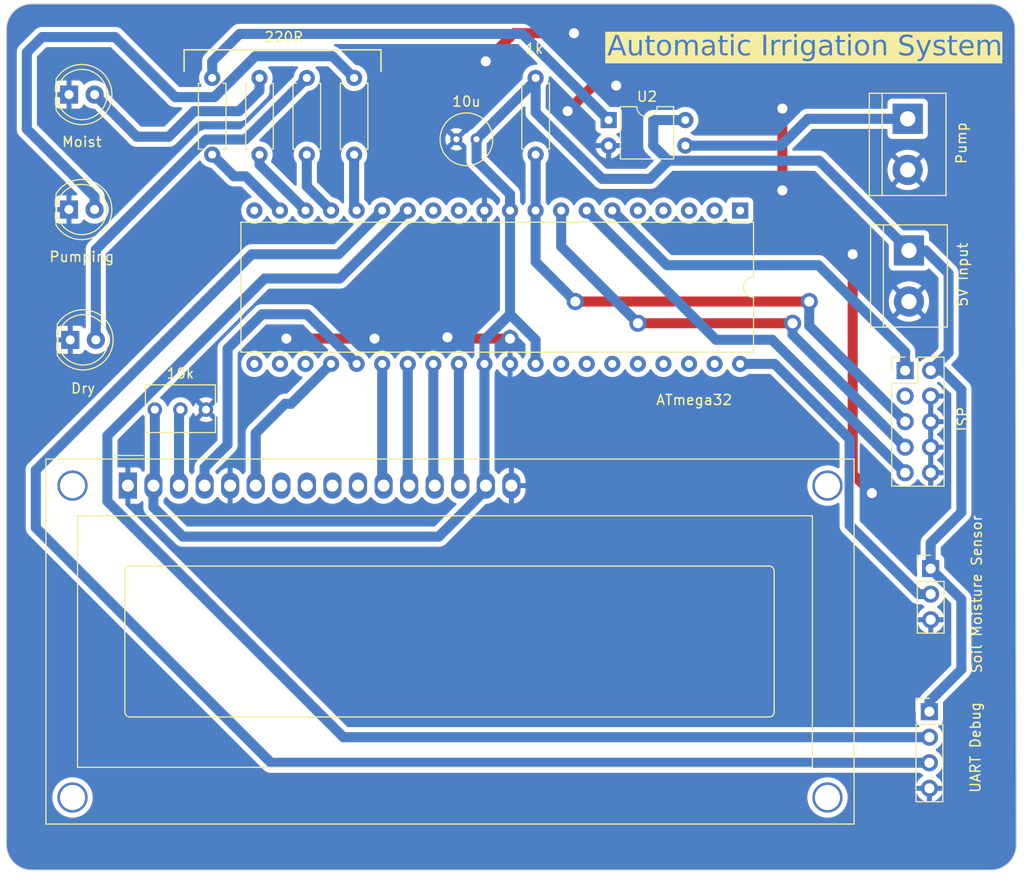
<source format=kicad_pcb>
(kicad_pcb (version 20221018) (generator pcbnew)
  (layers (0 "F.Cu" signal) (31 "B.Cu" signal) (34 "B.Paste" user) (35 "F.Paste" user) (36 "B.SilkS" user "B.Silkscreen") (37 "F.SilkS" user "F.Silkscreen") (38 "B.Mask" user) (39 "F.Mask" user) (44 "Edge.Cuts" user))
  (net 0 "")
  (net 1 "+5V")
  (net 2 "GND")
  (net 3 "Net-(D1-A)")
  (net 4 "Net-(D2-A)")
  (net 5 "Net-(D3-A)")
  (net 6 "Net-(DS1-VO)")
  (net 7 "Net-(DS1-RS)")
  (net 8 "Net-(DS1-E)")
  (net 13 "Net-(DS1-D4)")
  (net 14 "Net-(DS1-D5)")
  (net 15 "Net-(DS1-D6)")
  (net 16 "Net-(DS1-D7)")
  (net 17 "Net-(J1-Pin_1)")
  (net 18 "Net-(J2-Pin_2)")
  (net 19 "/RXD")
  (net 20 "/TXD")
  (net 21 "/MOSI")
  (net 23 "/RESET")
  (net 24 "/SCK")
  (net 25 "/MISO")
  (net 26 "/PUMP_SIG")
  (net 27 "Net-(R2-Pad2)")
  (net 28 "/LED_1")
  (net 29 "/LED_2")
  (net 30 "/LED_3")
  (footprint "LED_THT:LED_D5.0mm" (layer "F.Cu") (at 87.122 72.771)
    (fp_text reference "D3" hide)
    (fp_text value "Moist" (at 1.27 4.699) (layer "F.SilkS"))
    (fp_line (start -1.29 -1.545) (end -1.29 1.545) (stroke (width 0.12)) (layer "F.SilkS"))
    (fp_arc (start -1.29 -1.54483) (mid 2.072002 -2.880433) (end 4.26 0.000462) (stroke (width 0.12)) (layer "F.SilkS"))
    (fp_arc (start 4.26 -0.000462) (mid 2.072002 2.880433) (end -1.29 1.54483) (stroke (width 0.12)) (layer "F.SilkS"))
    (fp_circle (center 1.27 0) (end 3.77 0) (stroke (width 0.12)) (fill none) (layer "F.SilkS"))
    (pad "1" thru_hole rect (at 0 0) (size 1.8 1.8) (drill 0.9) (layers "*.Cu" "*.Mask") (net 2 "GND"))
    (pad "2" thru_hole circle (at 2.54 0) (size 1.8 1.8) (drill 0.9) (layers "*.Cu" "*.Mask") (net 5 "Net-(D3-A)"))
  )
  (footprint "Package_DIP:DIP-4_W7.62mm" (layer "F.Cu") (at 140.726 75.306)
    (fp_text reference "U2" (at 3.81 -2.33) (layer "F.SilkS"))
    (fp_text value "PC817")
    (fp_line (start 1.16 -1.33) (end 1.16 3.87) (stroke (width 0.12)) (layer "F.SilkS"))
    (fp_line (start 1.16 3.87) (end 6.46 3.87) (stroke (width 0.12)) (layer "F.SilkS"))
    (fp_line (start 2.81 -1.33) (end 1.16 -1.33) (stroke (width 0.12)) (layer "F.SilkS"))
    (fp_line (start 6.46 -1.33) (end 4.81 -1.33) (stroke (width 0.12)) (layer "F.SilkS"))
    (fp_line (start 6.46 3.87) (end 6.46 -1.33) (stroke (width 0.12)) (layer "F.SilkS"))
    (fp_arc (start 4.81 -1.33) (mid 3.81 -0.33) (end 2.81 -1.33) (stroke (width 0.12)) (layer "F.SilkS"))
    (pad "1" thru_hole rect (at 0 0) (size 1.6 1.6) (drill 0.8) (layers "*.Cu" "*.Mask") (net 27 "Net-(R2-Pad2)"))
    (pad "2" thru_hole oval (at 0 2.54) (size 1.6 1.6) (drill 0.8) (layers "*.Cu" "*.Mask") (net 2 "GND"))
    (pad "3" thru_hole oval (at 7.62 2.54) (size 1.6 1.6) (drill 0.8) (layers "*.Cu" "*.Mask") (net 17 "Net-(J1-Pin_1)"))
    (pad "4" thru_hole oval (at 7.62 0) (size 1.6 1.6) (drill 0.8) (layers "*.Cu" "*.Mask") (net 1 "+5V"))
  )
  (footprint "Resistor_THT:R_Axial_DIN0207_L6.3mm_D2.5mm_P7.62mm_Horizontal" (layer "F.Cu") (at 115.443 78.74 90)
    (fp_text reference "R3" hide)
    (fp_text value "220R" (at 11.684 -6.985 180) (layer "F.SilkS"))
    (fp_line (start 0.54 -1.37) (end 7.08 -1.37) (stroke (width 0.12)) (layer "F.SilkS"))
    (fp_line (start 0.54 -1.04) (end 0.54 -1.37) (stroke (width 0.12)) (layer "F.SilkS"))
    (fp_line (start 0.54 1.04) (end 0.54 1.37) (stroke (width 0.12)) (layer "F.SilkS"))
    (fp_line (start 0.54 1.37) (end 7.08 1.37) (stroke (width 0.12)) (layer "F.SilkS"))
    (fp_line (start 7.08 -1.37) (end 7.08 -1.04) (stroke (width 0.12)) (layer "F.SilkS"))
    (fp_line (start 7.08 1.37) (end 7.08 1.04) (stroke (width 0.12)) (layer "F.SilkS"))
    (pad "1" thru_hole circle (at 0 0 90) (size 1.6 1.6) (drill 0.8) (layers "*.Cu" "*.Mask") (net 28 "/LED_1"))
    (pad "2" thru_hole oval (at 7.62 0 90) (size 1.6 1.6) (drill 0.8) (layers "*.Cu" "*.Mask") (net 3 "Net-(D1-A)"))
  )
  (footprint "Package_DIP:DIP-40_W15.24mm" (layer "F.Cu") (at 153.792 84.3008 -90)
    (fp_text reference "U1" hide)
    (fp_text value "ATmega32" (at 18.8232 4.567 180) (layer "F.SilkS"))
    (fp_line (start 1.16 -1.33) (end 1.16 49.59) (stroke (width 0.12)) (layer "F.SilkS"))
    (fp_line (start 1.16 49.59) (end 14.08 49.59) (stroke (width 0.12)) (layer "F.SilkS"))
    (fp_line (start 6.62 -1.33) (end 1.16 -1.33) (stroke (width 0.12)) (layer "F.SilkS"))
    (fp_line (start 14.08 -1.33) (end 8.62 -1.33) (stroke (width 0.12)) (layer "F.SilkS"))
    (fp_line (start 14.08 49.59) (end 14.08 -1.33) (stroke (width 0.12)) (layer "F.SilkS"))
    (fp_arc (start 8.62 -1.33) (mid 7.62 -0.33) (end 6.62 -1.33) (stroke (width 0.12)) (layer "F.SilkS"))
    (pad "1" thru_hole rect (at 0 0 270) (size 1.6 1.6) (drill 0.8) (layers "*.Cu" "*.Mask"))
    (pad "2" thru_hole oval (at 0 2.54 270) (size 1.6 1.6) (drill 0.8) (layers "*.Cu" "*.Mask"))
    (pad "3" thru_hole oval (at 0 5.08 270) (size 1.6 1.6) (drill 0.8) (layers "*.Cu" "*.Mask"))
    (pad "4" thru_hole oval (at 0 7.62 270) (size 1.6 1.6) (drill 0.8) (layers "*.Cu" "*.Mask"))
    (pad "5" thru_hole oval (at 0 10.16 270) (size 1.6 1.6) (drill 0.8) (layers "*.Cu" "*.Mask"))
    (pad "6" thru_hole oval (at 0 12.7 270) (size 1.6 1.6) (drill 0.8) (layers "*.Cu" "*.Mask") (net 21 "/MOSI"))
    (pad "7" thru_hole oval (at 0 15.24 270) (size 1.6 1.6) (drill 0.8) (layers "*.Cu" "*.Mask") (net 25 "/MISO"))
    (pad "8" thru_hole oval (at 0 17.78 270) (size 1.6 1.6) (drill 0.8) (layers "*.Cu" "*.Mask") (net 24 "/SCK"))
    (pad "9" thru_hole oval (at 0 20.32 270) (size 1.6 1.6) (drill 0.8) (layers "*.Cu" "*.Mask") (net 23 "/RESET"))
    (pad "10" thru_hole oval (at 0 22.86 270) (size 1.6 1.6) (drill 0.8) (layers "*.Cu" "*.Mask") (net 1 "+5V"))
    (pad "11" thru_hole oval (at 0 25.4 270) (size 1.6 1.6) (drill 0.8) (layers "*.Cu" "*.Mask") (net 2 "GND"))
    (pad "12" thru_hole oval (at 0 27.94 270) (size 1.6 1.6) (drill 0.8) (layers "*.Cu" "*.Mask"))
    (pad "13" thru_hole oval (at 0 30.48 270) (size 1.6 1.6) (drill 0.8) (layers "*.Cu" "*.Mask"))
    (pad "14" thru_hole oval (at 0 33.02 270) (size 1.6 1.6) (drill 0.8) (layers "*.Cu" "*.Mask") (net 19 "/RXD"))
    (pad "15" thru_hole oval (at 0 35.56 270) (size 1.6 1.6) (drill 0.8) (layers "*.Cu" "*.Mask") (net 20 "/TXD"))
    (pad "16" thru_hole oval (at 0 38.1 270) (size 1.6 1.6) (drill 0.8) (layers "*.Cu" "*.Mask") (net 28 "/LED_1"))
    (pad "17" thru_hole oval (at 0 40.64 270) (size 1.6 1.6) (drill 0.8) (layers "*.Cu" "*.Mask") (net 29 "/LED_2"))
    (pad "18" thru_hole oval (at 0 43.18 270) (size 1.6 1.6) (drill 0.8) (layers "*.Cu" "*.Mask") (net 30 "/LED_3"))
    (pad "19" thru_hole oval (at 0 45.72 270) (size 1.6 1.6) (drill 0.8) (layers "*.Cu" "*.Mask") (net 26 "/PUMP_SIG"))
    (pad "20" thru_hole oval (at 0 48.26 270) (size 1.6 1.6) (drill 0.8) (layers "*.Cu" "*.Mask"))
    (pad "21" thru_hole oval (at 15.24 48.26 270) (size 1.6 1.6) (drill 0.8) (layers "*.Cu" "*.Mask"))
    (pad "22" thru_hole oval (at 15.24 45.72 270) (size 1.6 1.6) (drill 0.8) (layers "*.Cu" "*.Mask"))
    (pad "23" thru_hole oval (at 15.24 43.18 270) (size 1.6 1.6) (drill 0.8) (layers "*.Cu" "*.Mask"))
    (pad "24" thru_hole oval (at 15.24 40.64 270) (size 1.6 1.6) (drill 0.8) (layers "*.Cu" "*.Mask") (net 8 "Net-(DS1-E)"))
    (pad "25" thru_hole oval (at 15.24 38.1 270) (size 1.6 1.6) (drill 0.8) (layers "*.Cu" "*.Mask") (net 7 "Net-(DS1-RS)"))
    (pad "26" thru_hole oval (at 15.24 35.56 270) (size 1.6 1.6) (drill 0.8) (layers "*.Cu" "*.Mask") (net 13 "Net-(DS1-D4)"))
    (pad "27" thru_hole oval (at 15.24 33.02 270) (size 1.6 1.6) (drill 0.8) (layers "*.Cu" "*.Mask") (net 14 "Net-(DS1-D5)"))
    (pad "28" thru_hole oval (at 15.24 30.48 270) (size 1.6 1.6) (drill 0.8) (layers "*.Cu" "*.Mask") (net 15 "Net-(DS1-D6)"))
    (pad "29" thru_hole oval (at 15.24 27.94 270) (size 1.6 1.6) (drill 0.8) (layers "*.Cu" "*.Mask") (net 16 "Net-(DS1-D7)"))
    (pad "30" thru_hole oval (at 15.24 25.4 270) (size 1.6 1.6) (drill 0.8) (layers "*.Cu" "*.Mask") (net 1 "+5V"))
    (pad "31" thru_hole oval (at 15.24 22.86 270) (size 1.6 1.6) (drill 0.8) (layers "*.Cu" "*.Mask") (net 2 "GND"))
    (pad "32" thru_hole oval (at 15.24 20.32 270) (size 1.6 1.6) (drill 0.8) (layers "*.Cu" "*.Mask") (net 1 "+5V"))
    (pad "33" thru_hole oval (at 15.24 17.78 270) (size 1.6 1.6) (drill 0.8) (layers "*.Cu" "*.Mask"))
    (pad "34" thru_hole oval (at 15.24 15.24 270) (size 1.6 1.6) (drill 0.8) (layers "*.Cu" "*.Mask"))
    (pad "35" thru_hole oval (at 15.24 12.7 270) (size 1.6 1.6) (drill 0.8) (layers "*.Cu" "*.Mask"))
    (pad "36" thru_hole oval (at 15.24 10.16 270) (size 1.6 1.6) (drill 0.8) (layers "*.Cu" "*.Mask"))
    (pad "37" thru_hole oval (at 15.24 7.62 270) (size 1.6 1.6) (drill 0.8) (layers "*.Cu" "*.Mask"))
    (pad "38" thru_hole oval (at 15.24 5.08 270) (size 1.6 1.6) (drill 0.8) (layers "*.Cu" "*.Mask"))
    (pad "39" thru_hole oval (at 15.24 2.54 270) (size 1.6 1.6) (drill 0.8) (layers "*.Cu" "*.Mask"))
    (pad "40" thru_hole oval (at 15.24 0 270) (size 1.6 1.6) (drill 0.8) (layers "*.Cu" "*.Mask") (net 18 "Net-(J2-Pin_2)"))
  )
  (footprint "LED_THT:LED_D5.0mm" (layer "F.Cu") (at 87.244 97.155)
    (fp_text reference "D2" hide)
    (fp_text value "Dry" (at 1.275 4.826) (layer "F.SilkS"))
    (fp_line (start -1.29 -1.545) (end -1.29 1.545) (stroke (width 0.12)) (layer "F.SilkS"))
    (fp_arc (start -1.29 -1.54483) (mid 2.072002 -2.880433) (end 4.26 0.000462) (stroke (width 0.12)) (layer "F.SilkS"))
    (fp_arc (start 4.26 -0.000462) (mid 2.072002 2.880433) (end -1.29 1.54483) (stroke (width 0.12)) (layer "F.SilkS"))
    (fp_circle (center 1.27 0) (end 3.77 0) (stroke (width 0.12)) (fill none) (layer "F.SilkS"))
    (pad "1" thru_hole rect (at 0 0) (size 1.8 1.8) (drill 0.9) (layers "*.Cu" "*.Mask") (net 2 "GND"))
    (pad "2" thru_hole circle (at 2.54 0) (size 1.8 1.8) (drill 0.9) (layers "*.Cu" "*.Mask") (net 4 "Net-(D2-A)"))
  )
  (footprint "Connector_PinHeader_2.54mm:PinHeader_1x03_P2.54mm_Vertical" (layer "F.Cu") (at 172.72 119.893)
    (fp_text reference "J2" hide)
    (fp_text value "Soil Moisture Sensor" (at 4.572 2.535 90) (layer "F.SilkS"))
    (fp_line (start -1.33 -1.33) (end 0 -1.33) (stroke (width 0.12)) (layer "F.SilkS"))
    (fp_line (start -1.33 0) (end -1.33 -1.33) (stroke (width 0.12)) (layer "F.SilkS"))
    (fp_line (start -1.33 1.27) (end -1.33 6.41) (stroke (width 0.12)) (layer "F.SilkS"))
    (fp_line (start -1.33 1.27) (end 1.33 1.27) (stroke (width 0.12)) (layer "F.SilkS"))
    (fp_line (start -1.33 6.41) (end 1.33 6.41) (stroke (width 0.12)) (layer "F.SilkS"))
    (fp_line (start 1.33 1.27) (end 1.33 6.41) (stroke (width 0.12)) (layer "F.SilkS"))
    (pad "1" thru_hole rect (at 0 0) (size 1.7 1.7) (drill 1) (layers "*.Cu" "*.Mask") (net 1 "+5V"))
    (pad "2" thru_hole oval (at 0 2.54) (size 1.7 1.7) (drill 1) (layers "*.Cu" "*.Mask") (net 18 "Net-(J2-Pin_2)"))
    (pad "3" thru_hole oval (at 0 5.08) (size 1.7 1.7) (drill 1) (layers "*.Cu" "*.Mask") (net 2 "GND"))
  )
  (footprint "TerminalBlock:TerminalBlock_bornier-2_P5.08mm" (layer "F.Cu") (at 170.561 88.265 -90)
    (fp_text reference "J3" hide)
    (fp_text value "5V Input" (at 2.413 -5.334 90) (layer "F.SilkS"))
    (fp_line (start -2.54 -3.81) (end -2.54 3.81) (stroke (width 0.12)) (layer "F.SilkS"))
    (fp_line (start -2.54 3.81) (end 7.62 3.81) (stroke (width 0.12)) (layer "F.SilkS"))
    (fp_line (start 7.62 -3.81) (end -2.54 -3.81) (stroke (width 0.12)) (layer "F.SilkS"))
    (fp_line (start 7.62 2.54) (end -2.54 2.54) (stroke (width 0.12)) (layer "F.SilkS"))
    (fp_line (start 7.62 3.81) (end 7.62 -3.81) (stroke (width 0.12)) (layer "F.SilkS"))
    (pad "1" thru_hole rect (at 0 0 270) (size 3 3) (drill 1.52) (layers "*.Cu" "*.Mask") (net 1 "+5V"))
    (pad "2" thru_hole circle (at 5.08 0 270) (size 3 3) (drill 1.52) (layers "*.Cu" "*.Mask") (net 2 "GND"))
  )
  (footprint "Resistor_THT:R_Axial_DIN0207_L6.3mm_D2.5mm_P7.62mm_Horizontal" (layer "F.Cu") (at 106.045 78.74 90)
    (fp_text reference "R5" hide)
    (fp_text value "220R" hide)
    (fp_line (start 0.54 -1.37) (end 7.08 -1.37) (stroke (width 0.12)) (layer "F.SilkS"))
    (fp_line (start 0.54 -1.04) (end 0.54 -1.37) (stroke (width 0.12)) (layer "F.SilkS"))
    (fp_line (start 0.54 1.04) (end 0.54 1.37) (stroke (width 0.12)) (layer "F.SilkS"))
    (fp_line (start 0.54 1.37) (end 7.08 1.37) (stroke (width 0.12)) (layer "F.SilkS"))
    (fp_line (start 7.08 -1.37) (end 7.08 -1.04) (stroke (width 0.12)) (layer "F.SilkS"))
    (fp_line (start 7.08 1.37) (end 7.08 1.04) (stroke (width 0.12)) (layer "F.SilkS"))
    (pad "1" thru_hole circle (at 0 0 90) (size 1.6 1.6) (drill 0.8) (layers "*.Cu" "*.Mask") (net 30 "/LED_3"))
    (pad "2" thru_hole oval (at 7.62 0 90) (size 1.6 1.6) (drill 0.8) (layers "*.Cu" "*.Mask") (net 5 "Net-(D3-A)"))
  )
  (footprint "Resistor_THT:R_Axial_DIN0207_L6.3mm_D2.5mm_P7.62mm_Horizontal" (layer "F.Cu") (at 101.346 78.74 90)
    (fp_text reference "R2" hide)
    (fp_text value "220R" hide)
    (fp_line (start 0.54 -1.37) (end 7.08 -1.37) (stroke (width 0.12)) (layer "F.SilkS"))
    (fp_line (start 0.54 -1.04) (end 0.54 -1.37) (stroke (width 0.12)) (layer "F.SilkS"))
    (fp_line (start 0.54 1.04) (end 0.54 1.37) (stroke (width 0.12)) (layer "F.SilkS"))
    (fp_line (start 0.54 1.37) (end 7.08 1.37) (stroke (width 0.12)) (layer "F.SilkS"))
    (fp_line (start 7.08 -1.37) (end 7.08 -1.04) (stroke (width 0.12)) (layer "F.SilkS"))
    (fp_line (start 7.08 1.37) (end 7.08 1.04) (stroke (width 0.12)) (layer "F.SilkS"))
    (pad "1" thru_hole circle (at 0 0 90) (size 1.6 1.6) (drill 0.8) (layers "*.Cu" "*.Mask") (net 26 "/PUMP_SIG"))
    (pad "2" thru_hole oval (at 7.62 0 90) (size 1.6 1.6) (drill 0.8) (layers "*.Cu" "*.Mask") (net 27 "Net-(R2-Pad2)"))
  )
  (footprint "TerminalBlock:TerminalBlock_bornier-2_P5.08mm" (layer "F.Cu") (at 170.434 75.184 -90)
    (fp_text reference "J1" hide)
    (fp_text value "Pump" (at 2.413 -5.334 90) (layer "F.SilkS"))
    (fp_line (start -2.54 -3.81) (end -2.54 3.81) (stroke (width 0.12)) (layer "F.SilkS"))
    (fp_line (start -2.54 3.81) (end 7.62 3.81) (stroke (width 0.12)) (layer "F.SilkS"))
    (fp_line (start 7.62 -3.81) (end -2.54 -3.81) (stroke (width 0.12)) (layer "F.SilkS"))
    (fp_line (start 7.62 2.54) (end -2.54 2.54) (stroke (width 0.12)) (layer "F.SilkS"))
    (fp_line (start 7.62 3.81) (end 7.62 -3.81) (stroke (width 0.12)) (layer "F.SilkS"))
    (pad "1" thru_hole rect (at 0 0 270) (size 3 3) (drill 1.52) (layers "*.Cu" "*.Mask") (net 17 "Net-(J1-Pin_1)"))
    (pad "2" thru_hole circle (at 5.08 0 270) (size 3 3) (drill 1.52) (layers "*.Cu" "*.Mask") (net 2 "GND"))
  )
  (footprint "Potentiometer_THT:Potentiometer_Bourns_3266Y_Vertical" (layer "F.Cu") (at 95.646 104.088 180)
    (fp_text reference "RV1" hide)
    (fp_text value "10k" (at -2.54 3.59) (layer "F.SilkS"))
    (fp_line (start -6.015 -2.28) (end -6.015 -0.494) (stroke (width 0.12)) (layer "F.SilkS"))
    (fp_line (start -6.015 -2.28) (end 0.935 -2.28) (stroke (width 0.12)) (layer "F.SilkS"))
    (fp_line (start -6.015 0.496) (end -6.015 2.46) (stroke (width 0.12)) (layer "F.SilkS"))
    (fp_line (start -6.015 2.46) (end 0.935 2.46) (stroke (width 0.12)) (layer "F.SilkS"))
    (fp_line (start 0.935 -2.28) (end 0.935 -0.494) (stroke (width 0.12)) (layer "F.SilkS"))
    (fp_line (start 0.935 0.496) (end 0.935 2.46) (stroke (width 0.12)) (layer "F.SilkS"))
    (pad "1" thru_hole circle (at 0 0 180) (size 1.44 1.44) (drill 0.8) (layers "*.Cu" "*.Mask") (net 1 "+5V"))
    (pad "2" thru_hole circle (at -2.54 0 180) (size 1.44 1.44) (drill 0.8) (layers "*.Cu" "*.Mask") (net 6 "Net-(DS1-VO)"))
    (pad "3" thru_hole circle (at -5.08 0 180) (size 1.44 1.44) (drill 0.8) (layers "*.Cu" "*.Mask") (net 2 "GND"))
  )
  (footprint "Resistor_THT:R_Axial_DIN0207_L6.3mm_D2.5mm_P7.62mm_Horizontal" (layer "F.Cu") (at 133.477 71.12 -90)
    (fp_text reference "R1" hide)
    (fp_text value "1k" (at -2.921 0.127 -180) (layer "F.SilkS"))
    (fp_line (start 0.54 -1.37) (end 7.08 -1.37) (stroke (width 0.12)) (layer "F.SilkS"))
    (fp_line (start 0.54 -1.04) (end 0.54 -1.37) (stroke (width 0.12)) (layer "F.SilkS"))
    (fp_line (start 0.54 1.04) (end 0.54 1.37) (stroke (width 0.12)) (layer "F.SilkS"))
    (fp_line (start 0.54 1.37) (end 7.08 1.37) (stroke (width 0.12)) (layer "F.SilkS"))
    (fp_line (start 7.08 -1.37) (end 7.08 -1.04) (stroke (width 0.12)) (layer "F.SilkS"))
    (fp_line (start 7.08 1.37) (end 7.08 1.04) (stroke (width 0.12)) (layer "F.SilkS"))
    (pad "1" thru_hole circle (at 0 0 270) (size 1.6 1.6) (drill 0.8) (layers "*.Cu" "*.Mask") (net 1 "+5V"))
    (pad "2" thru_hole oval (at 7.62 0 270) (size 1.6 1.6) (drill 0.8) (layers "*.Cu" "*.Mask") (net 23 "/RESET"))
  )
  (footprint "Connector_PinHeader_2.54mm:PinHeader_1x04_P2.54mm_Vertical" (layer "F.Cu") (at 172.593 134.112)
    (fp_text reference "J4" hide)
    (fp_text value "UART Debug" (at 4.572 3.556 90) (layer "F.SilkS"))
    (fp_line (start -1.33 -1.33) (end 0 -1.33) (stroke (width 0.12)) (layer "F.SilkS"))
    (fp_line (start -1.33 0) (end -1.33 -1.33) (stroke (width 0.12)) (layer "F.SilkS"))
    (fp_line (start -1.33 1.27) (end -1.33 8.95) (stroke (width 0.12)) (layer "F.SilkS"))
    (fp_line (start -1.33 1.27) (end 1.33 1.27) (stroke (width 0.12)) (layer "F.SilkS"))
    (fp_line (start -1.33 8.95) (end 1.33 8.95) (stroke (width 0.12)) (layer "F.SilkS"))
    (fp_line (start 1.33 1.27) (end 1.33 8.95) (stroke (width 0.12)) (layer "F.SilkS"))
    (pad "1" thru_hole rect (at 0 0) (size 1.7 1.7) (drill 1) (layers "*.Cu" "*.Mask") (net 1 "+5V"))
    (pad "2" thru_hole oval (at 0 2.54) (size 1.7 1.7) (drill 1) (layers "*.Cu" "*.Mask") (net 19 "/RXD"))
    (pad "3" thru_hole oval (at 0 5.08) (size 1.7 1.7) (drill 1) (layers "*.Cu" "*.Mask") (net 20 "/TXD"))
    (pad "4" thru_hole oval (at 0 7.62) (size 1.7 1.7) (drill 1) (layers "*.Cu" "*.Mask") (net 2 "GND"))
  )
  (footprint "LED_THT:LED_D5.0mm" (layer "F.Cu") (at 87.117 84.201)
    (fp_text reference "D1" hide)
    (fp_text value "Pumping" (at 1.275 4.699) (layer "F.SilkS"))
    (fp_line (start -1.29 -1.545) (end -1.29 1.545) (stroke (width 0.12)) (layer "F.SilkS"))
    (fp_arc (start -1.29 -1.54483) (mid 2.072002 -2.880433) (end 4.26 0.000462) (stroke (width 0.12)) (layer "F.SilkS"))
    (fp_arc (start 4.26 -0.000462) (mid 2.072002 2.880433) (end -1.29 1.54483) (stroke (width 0.12)) (layer "F.SilkS"))
    (fp_circle (center 1.27 0) (end 3.77 0) (stroke (width 0.12)) (fill none) (layer "F.SilkS"))
    (pad "1" thru_hole rect (at 0 0) (size 1.8 1.8) (drill 0.9) (layers "*.Cu" "*.Mask") (net 2 "GND"))
    (pad "2" thru_hole circle (at 2.54 0) (size 1.8 1.8) (drill 0.9) (layers "*.Cu" "*.Mask") (net 3 "Net-(D1-A)"))
  )
  (footprint "Capacitor_THT:C_Radial_D5.0mm_H5.0mm_P2.00mm" (layer "F.Cu") (at 127.603 77.216 180)
    (fp_text reference "C1" hide)
    (fp_text value "10u" (at 1 3.75) (layer "F.SilkS"))
    (fp_circle (center 1 0) (end 3.62 0) (stroke (width 0.12)) (fill none) (layer "F.SilkS"))
    (pad "1" thru_hole circle (at 0 0 180) (size 1.2 1.2) (drill 0.6) (layers "*.Cu" "*.Mask") (net 1 "+5V"))
    (pad "2" thru_hole circle (at 2 0 180) (size 1.2 1.2) (drill 0.6) (layers "*.Cu" "*.Mask") (net 2 "GND"))
  )
  (footprint "Resistor_THT:R_Axial_DIN0207_L6.3mm_D2.5mm_P7.62mm_Horizontal" (layer "F.Cu") (at 110.744 78.74 90)
    (fp_text reference "R4" hide)
    (fp_text value "220R" hide)
    (fp_line (start 0.54 -1.37) (end 7.08 -1.37) (stroke (width 0.12)) (layer "F.SilkS"))
    (fp_line (start 0.54 -1.04) (end 0.54 -1.37) (stroke (width 0.12)) (layer "F.SilkS"))
    (fp_line (start 0.54 1.04) (end 0.54 1.37) (stroke (width 0.12)) (layer "F.SilkS"))
    (fp_line (start 0.54 1.37) (end 7.08 1.37) (stroke (width 0.12)) (layer "F.SilkS"))
    (fp_line (start 7.08 -1.37) (end 7.08 -1.04) (stroke (width 0.12)) (layer "F.SilkS"))
    (fp_line (start 7.08 1.37) (end 7.08 1.04) (stroke (width 0.12)) (layer "F.SilkS"))
    (pad "1" thru_hole circle (at 0 0 90) (size 1.6 1.6) (drill 0.8) (layers "*.Cu" "*.Mask") (net 29 "/LED_2"))
    (pad "2" thru_hole oval (at 7.62 0 90) (size 1.6 1.6) (drill 0.8) (layers "*.Cu" "*.Mask") (net 4 "Net-(D2-A)"))
  )
  (footprint "Display:WC1602A" (layer "F.Cu") (at 92.968 111.6425)
    (fp_text reference "DS1" hide)
    (fp_text value "WC1602A")
    (fp_line (start -8.14 -2.64) (end -8.14 33.64) (stroke (width 0.12)) (layer "F.SilkS"))
    (fp_line (start -8.14 33.64) (end 72.14 33.64) (stroke (width 0.12)) (layer "F.SilkS"))
    (fp_line (start -8.13 -2.64) (end -7.34 -2.64) (stroke (width 0.12)) (layer "F.SilkS"))
    (fp_line (start -5 3) (end 68 3) (stroke (width 0.12)) (layer "F.SilkS"))
    (fp_line (start -5 28) (end -5 3) (stroke (width 0.12)) (layer "F.SilkS"))
    (fp_line (start -1.5 -3) (end 1.5 -3) (stroke (width 0.12)) (layer "F.SilkS"))
    (fp_line (start -0.29972 22.49932) (end -0.29972 8.5) (stroke (width 0.12)) (layer "F.SilkS"))
    (fp_line (start 0.2 8) (end 63.7 8) (stroke (width 0.12)) (layer "F.SilkS"))
    (fp_line (start 63.70066 23) (end 0.2 23) (stroke (width 0.12)) (layer "F.SilkS"))
    (fp_line (start 64.2 8.5) (end 64.2 22.5) (stroke (width 0.12)) (layer "F.SilkS"))
    (fp_line (start 68 3) (end 68 28) (stroke (width 0.12)) (layer "F.SilkS"))
    (fp_line (start 68 28) (end -5 28) (stroke (width 0.12)) (layer "F.SilkS"))
    (fp_line (start 72.14 -2.64) (end -7.34 -2.64) (stroke (width 0.12)) (layer "F.SilkS"))
    (fp_line (start 72.14 33.64) (end 72.14 -2.64) (stroke (width 0.12)) (layer "F.SilkS"))
    (fp_arc (start -0.29972 8.49884) (mid -0.153162 8.145018) (end 0.20066 7.99846) (stroke (width 0.12)) (layer "F.SilkS"))
    (fp_arc (start 0.20066 22.9997) (mid -0.153162 22.853142) (end -0.29972 22.49932) (stroke (width 0.12)) (layer "F.SilkS"))
    (fp_arc (start 63.7 8) (mid 64.053553 8.146447) (end 64.2 8.5) (stroke (width 0.12)) (layer "F.SilkS"))
    (fp_arc (start 64.20104 22.49932) (mid 64.054473 22.853115) (end 63.70066 22.9997) (stroke (width 0.12)) (layer "F.SilkS"))
    (pad "" thru_hole circle (at -5.4991 0) (size 3 3) (drill 2.5) (layers "*.Cu" "*.Mask"))
    (pad "" thru_hole circle (at -5.4991 31.0007) (size 3 3) (drill 2.5) (layers "*.Cu" "*.Mask"))
    (pad "" thru_hole circle (at 69.49948 31.0007) (size 3 3) (drill 2.5) (layers "*.Cu" "*.Mask"))
    (pad "" thru_hole circle (at 69.5 0) (size 3 3) (drill 2.5) (layers "*.Cu" "*.Mask"))
    (pad "1" thru_hole rect (at 0 0) (size 1.8 2.6) (drill 1.2) (layers "*.Cu" "*.Mask") (net 2 "GND"))
    (pad "2" thru_hole oval (at 2.54 0) (size 1.8 2.6) (drill 1.2) (layers "*.Cu" "*.Mask") (net 1 "+5V"))
    (pad "3" thru_hole oval (at 5.08 0) (size 1.8 2.6) (drill 1.2) (layers "*.Cu" "*.Mask") (net 6 "Net-(DS1-VO)"))
    (pad "4" thru_hole oval (at 7.62 0) (size 1.8 2.6) (drill 1.2) (layers "*.Cu" "*.Mask") (net 7 "Net-(DS1-RS)"))
    (pad "5" thru_hole oval (at 10.16 0) (size 1.8 2.6) (drill 1.2) (layers "*.Cu" "*.Mask") (net 2 "GND"))
    (pad "6" thru_hole oval (at 12.7 0) (size 1.8 2.6) (drill 1.2) (layers "*.Cu" "*.Mask") (net 8 "Net-(DS1-E)"))
    (pad "7" thru_hole oval (at 15.24 0) (size 1.8 2.6) (drill 1.2) (layers "*.Cu" "*.Mask"))
    (pad "8" thru_hole oval (at 17.78 0) (size 1.8 2.6) (drill 1.2) (layers "*.Cu" "*.Mask"))
    (pad "9" thru_hole oval (at 20.32 0) (size 1.8 2.6) (drill 1.2) (layers "*.Cu" "*.Mask"))
    (pad "10" thru_hole oval (at 22.86 0) (size 1.8 2.6) (drill 1.2) (layers "*.Cu" "*.Mask"))
    (pad "11" thru_hole oval (at 25.4 0) (size 1.8 2.6) (drill 1.2) (layers "*.Cu" "*.Mask") (net 13 "Net-(DS1-D4)"))
    (pad "12" thru_hole oval (at 27.94 0) (size 1.8 2.6) (drill 1.2) (layers "*.Cu" "*.Mask") (net 14 "Net-(DS1-D5)"))
    (pad "13" thru_hole oval (at 30.48 0) (size 1.8 2.6) (drill 1.2) (layers "*.Cu" "*.Mask") (net 15 "Net-(DS1-D6)"))
    (pad "14" thru_hole oval (at 33.02 0) (size 1.8 2.6) (drill 1.2) (layers "*.Cu" "*.Mask") (net 16 "Net-(DS1-D7)"))
    (pad "15" thru_hole oval (at 35.56 0) (size 1.8 2.6) (drill 1.2) (layers "*.Cu" "*.Mask") (net 1 "+5V"))
    (pad "16" thru_hole oval (at 38.1 0) (size 1.8 2.6) (drill 1.2) (layers "*.Cu" "*.Mask") (net 2 "GND"))
  )
  (footprint "Connector_PinHeader_2.54mm:PinHeader_2x05_P2.54mm_Vertical" (layer "F.Cu") (at 170.18 100.203)
    (fp_text reference "J5" hide)
    (fp_text value "ISP" (at 5.715 4.826 90) (layer "F.SilkS"))
    (fp_line (start -1.33 -1.33) (end 0 -1.33) (stroke (width 0.12)) (layer "F.SilkS"))
    (fp_line (start -1.33 0) (end -1.33 -1.33) (stroke (width 0.12)) (layer "F.SilkS"))
    (fp_line (start -1.33 1.27) (end -1.33 11.49) (stroke (width 0.12)) (layer "F.SilkS"))
    (fp_line (start -1.33 1.27) (end 1.27 1.27) (stroke (width 0.12)) (layer "F.SilkS"))
    (fp_line (start -1.33 11.49) (end 3.87 11.49) (stroke (width 0.12)) (layer "F.SilkS"))
    (fp_line (start 1.27 -1.33) (end 3.87 -1.33) (stroke (width 0.12)) (layer "F.SilkS"))
    (fp_line (start 1.27 1.27) (end 1.27 -1.33) (stroke (width 0.12)) (layer "F.SilkS"))
    (fp_line (start 3.87 -1.33) (end 3.87 11.49) (stroke (width 0.12)) (layer "F.SilkS"))
    (pad "1" thru_hole rect (at 0 0) (size 1.7 1.7) (drill 1) (layers "*.Cu" "*.Mask") (net 21 "/MOSI"))
    (pad "2" thru_hole oval (at 2.54 0) (size 1.7 1.7) (drill 1) (layers "*.Cu" "*.Mask") (net 1 "+5V"))
    (pad "3" thru_hole oval (at 0 2.54) (size 1.7 1.7) (drill 1) (layers "*.Cu" "*.Mask"))
    (pad "4" thru_hole oval (at 2.54 2.54) (size 1.7 1.7) (drill 1) (layers "*.Cu" "*.Mask") (net 2 "GND"))
    (pad "5" thru_hole oval (at 0 5.08) (size 1.7 1.7) (drill 1) (layers "*.Cu" "*.Mask") (net 23 "/RESET"))
    (pad "6" thru_hole oval (at 2.54 5.08) (size 1.7 1.7) (drill 1) (layers "*.Cu" "*.Mask") (net 2 "GND"))
    (pad "7" thru_hole oval (at 0 7.62) (size 1.7 1.7) (drill 1) (layers "*.Cu" "*.Mask") (net 24 "/SCK"))
    (pad "8" thru_hole oval (at 2.54 7.62) (size 1.7 1.7) (drill 1) (layers "*.Cu" "*.Mask") (net 2 "GND"))
    (pad "9" thru_hole oval (at 0 10.16) (size 1.7 1.7) (drill 1) (layers "*.Cu" "*.Mask") (net 25 "/MISO"))
    (pad "10" thru_hole oval (at 2.54 10.16) (size 1.7 1.7) (drill 1) (layers "*.Cu" "*.Mask") (net 2 "GND"))
  )
  (gr_line (start 98.552 68.326) (end 118.11 68.326) (stroke (width 0.15)) (layer "F.SilkS"))
  (gr_line (start 118.11 68.326) (end 118.11 70.485) (stroke (width 0.15)) (layer "F.SilkS"))
  (gr_line (start 98.552 70.485) (end 98.552 68.326) (stroke (width 0.15)) (layer "F.SilkS"))
  (gr_arc (start 83.439 149.86) (mid 81.642949 149.116051) (end 80.899 147.32) (stroke (width 0.1)) (layer "Edge.Cuts"))
  (gr_line (start 178.689 149.86) (end 83.439 149.86) (stroke (width 0.1)) (layer "Edge.Cuts"))
  (gr_arc (start 178.562 63.754) (mid 180.358051 64.497949) (end 181.102 66.294) (stroke (width 0.1)) (layer "Edge.Cuts"))
  (gr_arc (start 181.229 147.32) (mid 180.485051 149.116051) (end 178.689 149.86) (stroke (width 0.1)) (layer "Edge.Cuts"))
  (gr_arc (start 80.899 66.294) (mid 81.642949 64.497949) (end 83.439 63.754) (stroke (width 0.1)) (layer "Edge.Cuts"))
  (gr_line (start 80.899 147.32) (end 80.899 66.294) (stroke (width 0.1)) (layer "Edge.Cuts"))
  (gr_line (start 181.102 66.294) (end 181.229 147.32) (stroke (width 0.1)) (layer "Edge.Cuts"))
  (gr_line (start 83.439 63.754) (end 178.562 63.754) (stroke (width 0.1)) (layer "Edge.Cuts"))
  (gr_text "Automatic Irrigation System" (at 140.589 69.215) (layer "F.SilkS" knockout) (effects (font (size 2 2)) (justify left bottom)))
  (segment (start 140.081 81.153) (end 144.849 81.153) (width 1) (layer "B.Cu") (net 1))
  (segment (start 172.72 117.348) (end 175.768 114.3) (width 1) (layer "B.Cu") (net 1))
  (segment (start 95.508 113.796) (end 95.508 111.6425) (width 1) (layer "B.Cu") (net 1))
  (segment (start 128.528 112.0425) (end 123.8575 116.713) (width 1) (layer "B.Cu") (net 1))
  (segment (start 133.477 71.342) (end 127.603 77.216) (width 1) (layer "B.Cu") (net 1))
  (segment (start 133.477 71.12) (end 133.477 74.549) (width 1) (layer "B.Cu") (net 1))
  (segment (start 133.472 97.16) (end 130.932 94.62) (width 1) (layer "B.Cu") (net 1))
  (segment (start 128.392 97.16) (end 128.392 99.5408) (width 1) (layer "B.Cu") (net 1))
  (segment (start 127.603 77.216) (end 127.603 79.343) (width 1) (layer "B.Cu") (net 1))
  (segment (start 133.477 71.12) (end 133.477 71.342) (width 1) (layer "B.Cu") (net 1))
  (segment (start 127.603 79.343) (end 130.932 82.672) (width 1) (layer "B.Cu") (net 1))
  (segment (start 175.768 102.108) (end 173.863 100.203) (width 1) (layer "B.Cu") (net 1))
  (segment (start 172.593 134.112) (end 172.593 133.096) (width 1) (layer "B.Cu") (net 1))
  (segment (start 95.646 111.5045) (end 95.508 111.6425) (width 1) (layer "B.Cu") (net 1))
  (segment (start 145.161 77.851) (end 146.656 79.346) (width 1) (layer "B.Cu") (net 1))
  (segment (start 98.425 116.713) (end 95.508 113.796) (width 1) (layer "B.Cu") (net 1))
  (segment (start 175.768 122.941) (end 172.72 119.893) (width 1) (layer "B.Cu") (net 1))
  (segment (start 128.392 111.5065) (end 128.528 111.6425) (width 1) (layer "B.Cu") (net 1))
  (segment (start 144.849 81.153) (end 146.656 79.346) (width 1) (layer "B.Cu") (net 1))
  (segment (start 173.863 100.203) (end 172.72 100.203) (width 1) (layer "B.Cu") (net 1))
  (segment (start 172.212 88.265) (end 170.561 88.265) (width 1) (layer "B.Cu") (net 1))
  (segment (start 130.932 84.3008) (end 130.932 94.62) (width 1) (layer "B.Cu") (net 1))
  (segment (start 161.642 79.346) (end 170.561 88.265) (width 1) (layer "B.Cu") (net 1))
  (segment (start 128.392 99.5408) (end 128.392 111.5065) (width 1) (layer "B.Cu") (net 1))
  (segment (start 145.161 75.306) (end 145.161 77.851) (width 1) (layer "B.Cu") (net 1))
  (segment (start 128.528 111.6425) (end 128.528 112.0425) (width 1) (layer "B.Cu") (net 1))
  (segment (start 123.8575 116.713) (end 98.425 116.713) (width 1) (layer "B.Cu") (net 1))
  (segment (start 133.472 99.5408) (end 133.472 97.16) (width 1) (layer "B.Cu") (net 1))
  (segment (start 172.72 119.893) (end 172.72 117.348) (width 1) (layer "B.Cu") (net 1))
  (segment (start 175.768 114.3) (end 175.768 102.108) (width 1) (layer "B.Cu") (net 1))
  (segment (start 174.498 90.551) (end 172.212 88.265) (width 1) (layer "B.Cu") (net 1))
  (segment (start 130.932 94.62) (end 128.392 97.16) (width 1) (layer "B.Cu") (net 1))
  (segment (start 172.72 100.203) (end 174.498 98.425) (width 1) (layer "B.Cu") (net 1))
  (segment (start 174.498 98.425) (end 174.498 90.551) (width 1) (layer "B.Cu") (net 1))
  (segment (start 175.768 129.921) (end 175.768 122.941) (width 1) (layer "B.Cu") (net 1))
  (segment (start 95.646 104.088) (end 95.646 111.5045) (width 1) (layer "B.Cu") (net 1))
  (segment (start 172.593 133.096) (end 175.768 129.921) (width 1) (layer "B.Cu") (net 1))
  (segment (start 146.656 79.346) (end 161.642 79.346) (width 1) (layer "B.Cu") (net 1))
  (segment (start 148.346 75.306) (end 145.161 75.306) (width 1) (layer "B.Cu") (net 1))
  (segment (start 130.932 82.672) (end 130.932 84.3008) (width 1) (layer "B.Cu") (net 1))
  (segment (start 133.477 74.549) (end 140.081 81.153) (width 1) (layer "B.Cu") (net 1))
  (segment (start 130.937 97.028) (end 124.841 97.028) (width 1) (layer "F.Cu") (net 2))
  (segment (start 139.192 71.882) (end 136.652 74.422) (width 1) (layer "F.Cu") (net 2))
  (segment (start 164.973 88.646) (end 164.973 110.49) (width 1) (layer "F.Cu") (net 2))
  (segment (start 124.841 97.028) (end 124.714 96.901) (width 1) (layer "F.Cu") (net 2))
  (segment (start 137.287 66.675) (end 131.318 66.675) (width 1) (layer "F.Cu") (net 2))
  (segment (start 108.712 97.028) (end 117.475 97.028) (width 1) (layer "F.Cu") (net 2))
  (segment (start 141.478 71.882) (end 139.192 71.882) (width 1) (layer "F.Cu") (net 2))
  (segment (start 164.973 110.49) (end 166.878 112.395) (width 1) (layer "F.Cu") (net 2))
  (segment (start 157.988 74.168) (end 157.988 82.296) (width 1) (layer "F.Cu") (net 2))
  (segment (start 131.318 66.675) (end 128.524 69.469) (width 1) (layer "F.Cu") (net 2))
  (via (at 136.652 74.422) (size 1.7) (drill 1) (layers "F.Cu" "B.Cu") (net 2))
  (via (at 157.988 82.296) (size 1.7) (drill 1) (layers "F.Cu" "B.Cu") (net 2))
  (via (at 128.524 69.469) (size 1.7) (drill 1) (layers "F.Cu" "B.Cu") (net 2))
  (via (at 124.714 96.901) (size 1.7) (drill 1) (layers "F.Cu" "B.Cu") (net 2))
  (via (at 117.475 97.028) (size 1.7) (drill 1) (layers "F.Cu" "B.Cu") (net 2))
  (via (at 164.973 88.646) (size 1.7) (drill 1) (layers "F.Cu" "B.Cu") (net 2))
  (via (at 166.878 112.395) (size 1.7) (drill 1) (layers "F.Cu" "B.Cu") (net 2))
  (via (at 130.937 97.028) (size 1.7) (drill 1) (layers "F.Cu" "B.Cu") (net 2))
  (via (at 108.712 97.028) (size 1.7) (drill 1) (layers "F.Cu" "B.Cu") (net 2))
  (via (at 157.988 74.168) (size 1.7) (drill 1) (layers "F.Cu" "B.Cu") (net 2))
  (via (at 141.478 71.882) (size 1.7) (drill 1) (layers "F.Cu" "B.Cu") (net 2))
  (via (at 137.287 66.675) (size 1.7) (drill 1) (layers "F.Cu" "B.Cu") (net 2))
  (segment (start 130.932 111.5065) (end 131.068 111.6425) (width 1) (layer "B.Cu") (net 2))
  (segment (start 97.663 73.025) (end 91.694 67.056) (width 1) (layer "B.Cu") (net 3))
  (segment (start 89.657 82.928208) (end 89.657 84.201) (width 1) (layer "B.Cu") (net 3))
  (segment (start 82.931 76.202208) (end 89.657 82.928208) (width 1) (layer "B.Cu") (net 3))
  (segment (start 101.562321 73.025) (end 97.663 73.025) (width 1) (layer "B.Cu") (net 3))
  (segment (start 113.284 68.961) (end 105.626321 68.961) (width 1) (layer "B.Cu") (net 3))
  (segment (start 84.455 67.056) (end 82.931 68.58) (width 1) (layer "B.Cu") (net 3))
  (segment (start 91.694 67.056) (end 84.455 67.056) (width 1) (layer "B.Cu") (net 3))
  (segment (start 105.626321 68.961) (end 101.562321 73.025) (width 1) (layer "B.Cu") (net 3))
  (segment (start 115.443 71.12) (end 113.284 68.961) (width 1) (layer "B.Cu") (net 3))
  (segment (start 82.931 68.58) (end 82.931 76.202208) (width 1) (layer "B.Cu") (net 3))
  (segment (start 100.724679 77.24) (end 104.624 77.24) (width 1) (layer "B.Cu") (net 4))
  (segment (start 104.624 77.24) (end 110.744 71.12) (width 1) (layer "B.Cu") (net 4))
  (segment (start 89.784 97.155) (end 89.784 88.180679) (width 1) (layer "B.Cu") (net 4))
  (segment (start 89.784 88.180679) (end 100.724679 77.24) (width 1) (layer "B.Cu") (net 4))
  (segment (start 97.028 76.962) (end 99.568 74.422) (width 1) (layer "B.Cu") (net 5))
  (segment (start 104.013 74.422) (end 106.045 72.39) (width 1) (layer "B.Cu") (net 5))
  (segment (start 89.662 72.771) (end 93.853 76.962) (width 1) (layer "B.Cu") (net 5))
  (segment (start 99.568 74.422) (end 104.013 74.422) (width 1) (layer "B.Cu") (net 5))
  (segment (start 106.045 72.39) (end 106.045 71.12) (width 1) (layer "B.Cu") (net 5))
  (segment (start 93.853 76.962) (end 97.028 76.962) (width 1) (layer "B.Cu") (net 5))
  (segment (start 98.048 111.6425) (end 98.048 104.226) (width 1) (layer "B.Cu") (net 6))
  (segment (start 98.048 104.226) (end 98.186 104.088) (width 1) (layer "B.Cu") (net 6))
  (segment (start 106.299 94.615) (end 102.87 98.044) (width 1) (layer "B.Cu") (net 7))
  (segment (start 115.692 99.5408) (end 110.7662 94.615) (width 1) (layer "B.Cu") (net 7))
  (segment (start 110.7662 94.615) (end 106.299 94.615) (width 1) (layer "B.Cu") (net 7))
  (segment (start 102.87 98.044) (end 102.87 107.569) (width 1) (layer "B.Cu") (net 7))
  (segment (start 100.588 109.851) (end 100.588 111.6425) (width 1) (layer "B.Cu") (net 7))
  (segment (start 102.87 107.569) (end 100.588 109.851) (width 1) (layer "B.Cu") (net 7))
  (segment (start 113.152 99.5408) (end 109.1878 103.505) (width 1) (layer "B.Cu") (net 8))
  (segment (start 105.668 106.422) (end 105.668 111.6425) (width 1) (layer "B.Cu") (net 8))
  (segment (start 108.585 103.505) (end 105.668 106.422) (width 1) (layer "B.Cu") (net 8))
  (segment (start 109.1878 103.505) (end 108.585 103.505) (width 1) (layer "B.Cu") (net 8))
  (segment (start 118.232 111.5065) (end 118.368 111.6425) (width 1) (layer "B.Cu") (net 13))
  (segment (start 118.232 99.5408) (end 118.232 111.5065) (width 1) (layer "B.Cu") (net 13))
  (segment (start 120.772 111.5065) (end 120.908 111.6425) (width 1) (layer "B.Cu") (net 14))
  (segment (start 120.772 99.5408) (end 120.772 111.5065) (width 1) (layer "B.Cu") (net 14))
  (segment (start 123.312 99.5408) (end 123.312 111.5065) (width 1) (layer "B.Cu") (net 15))
  (segment (start 123.312 111.5065) (end 123.448 111.6425) (width 1) (layer "B.Cu") (net 15))
  (segment (start 125.852 111.5065) (end 125.988 111.6425) (width 1) (layer "B.Cu") (net 16))
  (segment (start 125.852 99.5408) (end 125.852 111.5065) (width 1) (layer "B.Cu") (net 16))
  (segment (start 160.528 75.184) (end 170.434 75.184) (width 1) (layer "B.Cu") (net 17))
  (segment (start 148.346 77.846) (end 157.866 77.846) (width 1) (layer "B.Cu") (net 17))
  (segment (start 157.866 77.846) (end 160.528 75.184) (width 1) (layer "B.Cu") (net 17))
  (segment (start 157.1988 99.5408) (end 153.792 99.5408) (width 1) (layer "B.Cu") (net 18))
  (segment (start 172.72 122.433) (end 171.517919 122.433) (width 1) (layer "B.Cu") (net 18))
  (segment (start 164.668 107.01) (end 157.1988 99.5408) (width 1) (layer "B.Cu") (net 18))
  (segment (start 164.668 115.583081) (end 164.668 107.01) (width 1) (layer "B.Cu") (net 18))
  (segment (start 171.517919 122.433) (end 164.668 115.583081) (width 1) (layer "B.Cu") (net 18))
  (segment (start 114.0138 91.059) (end 120.772 84.3008) (width 1) (layer "B.Cu") (net 19))
  (segment (start 172.593 136.652) (end 114.3775 136.652) (width 1) (layer "B.Cu") (net 19))
  (segment (start 90.932 113.2065) (end 90.932 106.68) (width 1) (layer "B.Cu") (net 19))
  (segment (start 90.932 106.68) (end 106.553 91.059) (width 1) (layer "B.Cu") (net 19))
  (segment (start 114.3775 136.652) (end 90.932 113.2065) (width 1) (layer "B.Cu") (net 19))
  (segment (start 106.553 91.059) (end 114.0138 91.059) (width 1) (layer "B.Cu") (net 19))
  (segment (start 105.283 88.646) (end 113.8868 88.646) (width 1) (layer "B.Cu") (net 20))
  (segment (start 172.593 139.192) (end 107.188 139.192) (width 1) (layer "B.Cu") (net 20))
  (segment (start 107.188 139.192) (end 83.82 115.824) (width 1) (layer "B.Cu") (net 20))
  (segment (start 113.8868 88.646) (end 118.232 84.3008) (width 1) (layer "B.Cu") (net 20))
  (segment (start 83.82 110.109) (end 105.283 88.646) (width 1) (layer "B.Cu") (net 20))
  (segment (start 83.82 115.824) (end 83.82 110.109) (width 1) (layer "B.Cu") (net 20))
  (segment (start 170.18 100.203) (end 170.18 98.353) (width 1) (layer "B.Cu") (net 21))
  (segment (start 161.559499 89.732499) (end 146.523699 89.732499) (width 1) (layer "B.Cu") (net 21))
  (segment (start 170.18 98.353) (end 161.559499 89.732499) (width 1) (layer "B.Cu") (net 21))
  (segment (start 146.523699 89.732499) (end 141.092 84.3008) (width 1) (layer "B.Cu") (net 21))
  (segment (start 160.655 93.345) (end 137.414 93.345) (width 1) (layer "F.Cu") (net 23))
  (via (at 137.414 93.345) (size 1.7) (drill 1) (layers "F.Cu" "B.Cu") (net 23))
  (via (at 160.655 93.345) (size 1.7) (drill 1) (layers "F.Cu" "B.Cu") (net 23))
  (segment (start 160.655 95.758) (end 160.655 93.345) (width 1) (layer "B.Cu") (net 23))
  (segment (start 133.472 89.403) (end 133.472 84.3008) (width 1) (layer "B.Cu") (net 23))
  (segment (start 137.414 93.345) (end 133.472 89.403) (width 1) (layer "B.Cu") (net 23))
  (segment (start 170.18 105.283) (end 160.655 95.758) (width 1) (layer "B.Cu") (net 23))
  (segment (start 133.477 78.74) (end 133.477 84.2958) (width 1) (layer "B.Cu") (net 23))
  (segment (start 133.477 84.2958) (end 133.472 84.3008) (width 1) (layer "B.Cu") (net 23))
  (segment (start 159.004 95.504) (end 143.637 95.504) (width 1) (layer "F.Cu") (net 24))
  (via (at 143.637 95.504) (size 1.7) (drill 1) (layers "F.Cu" "B.Cu") (net 24))
  (via (at 159.004 95.504) (size 1.7) (drill 1) (layers "F.Cu" "B.Cu") (net 24))
  (segment (start 159.004 96.647) (end 159.004 95.504) (width 1) (layer "B.Cu") (net 24))
  (segment (start 136.012 87.879) (end 136.012 84.3008) (width 1) (layer "B.Cu") (net 24))
  (segment (start 143.637 95.504) (end 136.012 87.879) (width 1) (layer "B.Cu") (net 24))
  (segment (start 170.18 107.823) (end 159.004 96.647) (width 1) (layer "B.Cu") (net 24))
  (segment (start 156.96085 97.14385) (end 170.18 110.363) (width 1) (layer "B.Cu") (net 25))
  (segment (start 138.552 84.3008) (end 151.39505 97.14385) (width 1) (layer "B.Cu") (net 25))
  (segment (start 151.39505 97.14385) (end 156.96085 97.14385) (width 1) (layer "B.Cu") (net 25))
  (segment (start 104.267 80.899) (end 104.6702 80.899) (width 1) (layer "B.Cu") (net 26))
  (segment (start 104.6702 80.899) (end 108.072 84.3008) (width 1) (layer "B.Cu") (net 26))
  (segment (start 103.505 80.899) (end 104.267 80.899) (width 1) (layer "B.Cu") (net 26))
  (segment (start 101.346 78.74) (end 103.505 80.899) (width 1) (layer "B.Cu") (net 26))
  (segment (start 132.165499 66.745499) (end 104.069501 66.745499) (width 1) (layer "B.Cu") (net 27))
  (segment (start 101.346 69.469) (end 101.346 71.12) (width 1) (layer "B.Cu") (net 27))
  (segment (start 104.069501 66.745499) (end 101.346 69.469) (width 1) (layer "B.Cu") (net 27))
  (segment (start 140.726 75.306) (end 132.165499 66.745499) (width 1) (layer "B.Cu") (net 27))
  (segment (start 115.443 84.0518) (end 115.692 84.3008) (width 1) (layer "B.Cu") (net 28))
  (segment (start 115.443 78.74) (end 115.443 84.0518) (width 1) (layer "B.Cu") (net 28))
  (segment (start 110.744 78.74) (end 110.744 81.8928) (width 1) (layer "B.Cu") (net 29))
  (segment (start 110.744 81.8928) (end 113.152 84.3008) (width 1) (layer "B.Cu") (net 29))
  (segment (start 106.045 79.7338) (end 110.612 84.3008) (width 1) (layer "B.Cu") (net 30))
  (segment (start 106.045 78.74) (end 106.045 79.7338) (width 1) (layer "B.Cu") (net 30))
  (zone (net 2) (net_name "GND") (layer "B.Cu") (connect_pads (clearance 0.5)) (min_thickness 0.25) (fill yes (thermal_gap 0.5) (thermal_bridge_width 0.5))
    (polygon (pts (xy 181.991 63.373) (xy 181.61 150.749) (xy 80.264 150.114) (xy 80.391 63.373)))
  )
)
</source>
